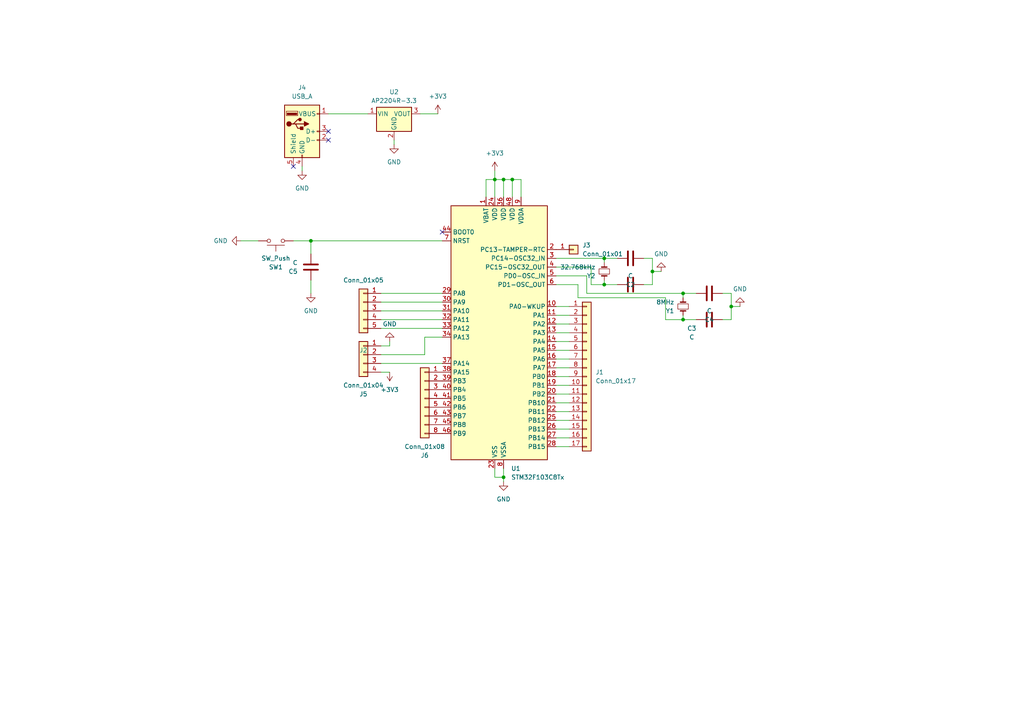
<source format=kicad_sch>
(kicad_sch (version 20230121) (generator eeschema)
  (paper "A4")
  (lib_symbols
    (symbol "Connector:USB_A" (pin_names (offset 1.016))
      (property "Reference" "J" (at -5.08 11.43 0))
      (property "Value" "USB_A" (at -5.08 8.89 0))
      (symbol "USB_A_0_1"
        (rectangle (start -5.08 -7.62) (end 5.08 7.62) (stroke (width 0.254)) (fill (type background)))
        (circle (center -3.81 2.159) (radius 0.635) (stroke (width 0.254)) (fill (type outline)))
        (rectangle (start -1.524 4.826) (end -4.318 5.334) (fill (type outline)))
        (rectangle (start -1.27 4.572) (end -4.572 5.842))
        (circle (center -0.635 3.429) (radius 0.381) (stroke (width 0.254)) (fill (type outline)))
        (rectangle (start -0.127 -7.62) (end 0.127 -6.858))
        (polyline (pts (xy -3.175 2.159) (xy -2.54 2.159) (xy -1.27 3.429) (xy -0.635 3.429)) (stroke (width 0.254)))
        (polyline (pts (xy -2.54 2.159) (xy -1.905 2.159) (xy -1.27 0.889) (xy 0 0.889)) (stroke (width 0.254)))
        (polyline (pts (xy 0.635 2.794) (xy 0.635 1.524) (xy 1.905 2.159) (xy 0.635 2.794)) (stroke (width 0.254)) (fill (type outline)))
        (rectangle (start 0.254 1.27) (end -0.508 0.508) (stroke (width 0.254)) (fill (type outline)))
        (rectangle (start 5.08 -2.667) (end 4.318 -2.413))
        (rectangle (start 5.08 -0.127) (end 4.318 0.127))
        (rectangle (start 5.08 4.953) (end 4.318 5.207))
      )
      (symbol "USB_A_1_1"
        (polyline (pts (xy -1.905 2.159) (xy 0.635 2.159)) (stroke (width 0.254)))
        (pin power_in line (at 7.62 5.08 180) (length 2.54) (name "VBUS") (number "1"))
        (pin bidirectional line (at 7.62 -2.54 180) (length 2.54) (name "D-") (number "2"))
        (pin bidirectional line (at 7.62 0 180) (length 2.54) (name "D+") (number "3"))
        (pin power_in line (at 0 -10.16 90) (length 2.54) (name "GND") (number "4"))
        (pin passive line (at -2.54 -10.16 90) (length 2.54) (name "Shield") (number "5"))
      )
    )
    (symbol "Connector_Generic:Conn_01x01" (pin_names (offset 1.016) hide)
      (property "Reference" "J" (at 0 2.54 0))
      (property "Value" "Conn_01x01" (at 0 -2.54 0))
      (symbol "Conn_01x01_1_1"
        (rectangle (start -1.27 0.127) (end 0 -0.127) (stroke (width 0.1524)))
        (rectangle (start -1.27 1.27) (end 1.27 -1.27) (stroke (width 0.254)) (fill (type background)))
        (pin passive line (at -5.08 0 0) (length 3.81) (name "Pin_1") (number "1"))
      )
    )
    (symbol "Connector_Generic:Conn_01x04" (pin_names (offset 1.016) hide)
      (property "Reference" "J" (at 0 5.08 0))
      (property "Value" "Conn_01x04" (at 0 -7.62 0))
      (symbol "Conn_01x04_1_1"
        (rectangle (start -1.27 -4.953) (end 0 -5.207) (stroke (width 0.1524)))
        (rectangle (start -1.27 -2.413) (end 0 -2.667) (stroke (width 0.1524)))
        (rectangle (start -1.27 0.127) (end 0 -0.127) (stroke (width 0.1524)))
        (rectangle (start -1.27 2.667) (end 0 2.413) (stroke (width 0.1524)))
        (rectangle (start -1.27 3.81) (end 1.27 -6.35) (stroke (width 0.254)) (fill (type background)))
        (pin passive line (at -5.08 2.54 0) (length 3.81) (name "Pin_1") (number "1"))
        (pin passive line (at -5.08 0 0) (length 3.81) (name "Pin_2") (number "2"))
        (pin passive line (at -5.08 -2.54 0) (length 3.81) (name "Pin_3") (number "3"))
        (pin passive line (at -5.08 -5.08 0) (length 3.81) (name "Pin_4") (number "4"))
      )
    )
    (symbol "Connector_Generic:Conn_01x05" (pin_names (offset 1.016) hide)
      (property "Reference" "J" (at 0 7.62 0))
      (property "Value" "Conn_01x05" (at 0 -7.62 0))
      (symbol "Conn_01x05_1_1"
        (rectangle (start -1.27 -4.953) (end 0 -5.207) (stroke (width 0.1524)))
        (rectangle (start -1.27 -2.413) (end 0 -2.667) (stroke (width 0.1524)))
        (rectangle (start -1.27 0.127) (end 0 -0.127) (stroke (width 0.1524)))
        (rectangle (start -1.27 2.667) (end 0 2.413) (stroke (width 0.1524)))
        (rectangle (start -1.27 5.207) (end 0 4.953) (stroke (width 0.1524)))
        (rectangle (start -1.27 6.35) (end 1.27 -6.35) (stroke (width 0.254)) (fill (type background)))
        (pin passive line (at -5.08 5.08 0) (length 3.81) (name "Pin_1") (number "1"))
        (pin passive line (at -5.08 2.54 0) (length 3.81) (name "Pin_2") (number "2"))
        (pin passive line (at -5.08 0 0) (length 3.81) (name "Pin_3") (number "3"))
        (pin passive line (at -5.08 -2.54 0) (length 3.81) (name "Pin_4") (number "4"))
        (pin passive line (at -5.08 -5.08 0) (length 3.81) (name "Pin_5") (number "5"))
      )
    )
    (symbol "Connector_Generic:Conn_01x08" (pin_names (offset 1.016) hide)
      (property "Reference" "J" (at 0 10.16 0))
      (property "Value" "Conn_01x08" (at 0 -12.7 0))
      (symbol "Conn_01x08_1_1"
        (rectangle (start -1.27 -10.033) (end 0 -10.287) (stroke (width 0.1524)))
        (rectangle (start -1.27 -7.493) (end 0 -7.747) (stroke (width 0.1524)))
        (rectangle (start -1.27 -4.953) (end 0 -5.207) (stroke (width 0.1524)))
        (rectangle (start -1.27 -2.413) (end 0 -2.667) (stroke (width 0.1524)))
        (rectangle (start -1.27 0.127) (end 0 -0.127) (stroke (width 0.1524)))
        (rectangle (start -1.27 2.667) (end 0 2.413) (stroke (width 0.1524)))
        (rectangle (start -1.27 5.207) (end 0 4.953) (stroke (width 0.1524)))
        (rectangle (start -1.27 7.747) (end 0 7.493) (stroke (width 0.1524)))
        (rectangle (start -1.27 8.89) (end 1.27 -11.43) (stroke (width 0.254)) (fill (type background)))
        (pin passive line (at -5.08 7.62 0) (length 3.81) (name "Pin_1") (number "1"))
        (pin passive line (at -5.08 5.08 0) (length 3.81) (name "Pin_2") (number "2"))
        (pin passive line (at -5.08 2.54 0) (length 3.81) (name "Pin_3") (number "3"))
        (pin passive line (at -5.08 0 0) (length 3.81) (name "Pin_4") (number "4"))
        (pin passive line (at -5.08 -2.54 0) (length 3.81) (name "Pin_5") (number "5"))
        (pin passive line (at -5.08 -5.08 0) (length 3.81) (name "Pin_6") (number "6"))
        (pin passive line (at -5.08 -7.62 0) (length 3.81) (name "Pin_7") (number "7"))
        (pin passive line (at -5.08 -10.16 0) (length 3.81) (name "Pin_8") (number "8"))
      )
    )
    (symbol "Connector_Generic:Conn_01x17" (pin_names (offset 1.016) hide)
      (property "Reference" "J" (at 0 22.86 0))
      (property "Value" "Conn_01x17" (at 0 -22.86 0))
      (symbol "Conn_01x17_1_1"
        (rectangle (start -1.27 -20.193) (end 0 -20.447) (stroke (width 0.1524)))
        (rectangle (start -1.27 -17.653) (end 0 -17.907) (stroke (width 0.1524)))
        (rectangle (start -1.27 -15.113) (end 0 -15.367) (stroke (width 0.1524)))
        (rectangle (start -1.27 -12.573) (end 0 -12.827) (stroke (width 0.1524)))
        (rectangle (start -1.27 -10.033) (end 0 -10.287) (stroke (width 0.1524)))
        (rectangle (start -1.27 -7.493) (end 0 -7.747) (stroke (width 0.1524)))
        (rectangle (start -1.27 -4.953) (end 0 -5.207) (stroke (width 0.1524)))
        (rectangle (start -1.27 -2.413) (end 0 -2.667) (stroke (width 0.1524)))
        (rectangle (start -1.27 0.127) (end 0 -0.127) (stroke (width 0.1524)))
        (rectangle (start -1.27 2.667) (end 0 2.413) (stroke (width 0.1524)))
        (rectangle (start -1.27 5.207) (end 0 4.953) (stroke (width 0.1524)))
        (rectangle (start -1.27 7.747) (end 0 7.493) (stroke (width 0.1524)))
        (rectangle (start -1.27 10.287) (end 0 10.033) (stroke (width 0.1524)))
        (rectangle (start -1.27 12.827) (end 0 12.573) (stroke (width 0.1524)))
        (rectangle (start -1.27 15.367) (end 0 15.113) (stroke (width 0.1524)))
        (rectangle (start -1.27 17.907) (end 0 17.653) (stroke (width 0.1524)))
        (rectangle (start -1.27 20.447) (end 0 20.193) (stroke (width 0.1524)))
        (rectangle (start -1.27 21.59) (end 1.27 -21.59) (stroke (width 0.254)) (fill (type background)))
        (pin passive line (at -5.08 20.32 0) (length 3.81) (name "Pin_1") (number "1"))
        (pin passive line (at -5.08 -2.54 0) (length 3.81) (name "Pin_10") (number "10"))
        (pin passive line (at -5.08 -5.08 0) (length 3.81) (name "Pin_11") (number "11"))
        (pin passive line (at -5.08 -7.62 0) (length 3.81) (name "Pin_12") (number "12"))
        (pin passive line (at -5.08 -10.16 0) (length 3.81) (name "Pin_13") (number "13"))
        (pin passive line (at -5.08 -12.7 0) (length 3.81) (name "Pin_14") (number "14"))
        (pin passive line (at -5.08 -15.24 0) (length 3.81) (name "Pin_15") (number "15"))
        (pin passive line (at -5.08 -17.78 0) (length 3.81) (name "Pin_16") (number "16"))
        (pin passive line (at -5.08 -20.32 0) (length 3.81) (name "Pin_17") (number "17"))
        (pin passive line (at -5.08 17.78 0) (length 3.81) (name "Pin_2") (number "2"))
        (pin passive line (at -5.08 15.24 0) (length 3.81) (name "Pin_3") (number "3"))
        (pin passive line (at -5.08 12.7 0) (length 3.81) (name "Pin_4") (number "4"))
        (pin passive line (at -5.08 10.16 0) (length 3.81) (name "Pin_5") (number "5"))
        (pin passive line (at -5.08 7.62 0) (length 3.81) (name "Pin_6") (number "6"))
        (pin passive line (at -5.08 5.08 0) (length 3.81) (name "Pin_7") (number "7"))
        (pin passive line (at -5.08 2.54 0) (length 3.81) (name "Pin_8") (number "8"))
        (pin passive line (at -5.08 0 0) (length 3.81) (name "Pin_9") (number "9"))
      )
    )
    (symbol "Device:C" (pin_numbers hide) (pin_names (offset 0.254))
      (property "Reference" "C" (at 0.635 2.54 0))
      (property "Value" "C" (at 0.635 -2.54 0))
      (symbol "C_0_1"
        (polyline (pts (xy -2.032 -0.762) (xy 2.032 -0.762)) (stroke (width 0.508)))
        (polyline (pts (xy -2.032 0.762) (xy 2.032 0.762)) (stroke (width 0.508)))
      )
      (symbol "C_1_1"
        (pin passive line (at 0 3.81 270) (length 2.794) (name "~") (number "1"))
        (pin passive line (at 0 -3.81 90) (length 2.794) (name "~") (number "2"))
      )
    )
    (symbol "Device:Crystal_Small" (pin_numbers hide) (pin_names (offset 1.016) hide)
      (property "Reference" "Y" (at 0 2.54 0))
      (property "Value" "Crystal_Small" (at 0 -2.54 0))
      (symbol "Crystal_Small_0_1"
        (rectangle (start -0.762 -1.524) (end 0.762 1.524))
        (polyline (pts (xy -1.27 -0.762) (xy -1.27 0.762)) (stroke (width 0.381)))
        (polyline (pts (xy 1.27 -0.762) (xy 1.27 0.762)) (stroke (width 0.381)))
      )
      (symbol "Crystal_Small_1_1"
        (pin passive line (at -2.54 0 0) (length 1.27) (name "1") (number "1"))
        (pin passive line (at 2.54 0 180) (length 1.27) (name "2") (number "2"))
      )
    )
    (symbol "MCU_ST_STM32F1:STM32F103C8Tx"
      (property "Reference" "U1" (at 4.7341 -38.1 0))
      (property "Value" "STM32F103C8Tx" (at 4.7341 -40.64 0))
      (symbol "STM32F103C8Tx_0_1"
        (rectangle (start -12.7 38.1) (end 15.24 -35.56) (stroke (width 0.254)) (fill (type background)))
      )
      (symbol "STM32F103C8Tx_1_1"
        (pin power_in line (at -2.54 40.64 270) (length 2.54) (name "VBAT") (number "1"))
        (pin bidirectional line (at 17.78 8.89 180) (length 2.54) (name "PA0-WKUP") (number "10"))
        (pin bidirectional line (at 17.78 6.35 180) (length 2.54) (name "PA1") (number "11"))
        (pin bidirectional line (at 17.78 3.81 180) (length 2.54) (name "PA2") (number "12"))
        (pin bidirectional line (at 17.78 1.27 180) (length 2.54) (name "PA3") (number "13"))
        (pin bidirectional line (at 17.78 -1.27 180) (length 2.54) (name "PA4") (number "14"))
        (pin bidirectional line (at 17.78 -3.81 180) (length 2.54) (name "PA5") (number "15"))
        (pin bidirectional line (at 17.78 -6.35 180) (length 2.54) (name "PA6") (number "16"))
        (pin bidirectional line (at 17.78 -8.89 180) (length 2.54) (name "PA7") (number "17"))
        (pin bidirectional line (at 17.78 -11.43 180) (length 2.54) (name "PB0") (number "18"))
        (pin bidirectional line (at 17.78 -13.97 180) (length 2.54) (name "PB1") (number "19"))
        (pin bidirectional line (at 17.78 25.4 180) (length 2.54) (name "PC13-TAMPER-RTC") (number "2"))
        (pin bidirectional line (at 17.78 -16.51 180) (length 2.54) (name "PB2") (number "20"))
        (pin bidirectional line (at 17.78 -19.05 180) (length 2.54) (name "PB10") (number "21"))
        (pin bidirectional line (at 17.78 -21.59 180) (length 2.54) (name "PB11") (number "22"))
        (pin power_in line (at 0 -38.1 90) (length 2.54) (name "VSS") (number "23"))
        (pin power_in line (at 0 40.64 270) (length 2.54) (name "VDD") (number "24"))
        (pin bidirectional line (at 17.78 -24.13 180) (length 2.54) (name "PB12") (number "25"))
        (pin bidirectional line (at 17.78 -26.67 180) (length 2.54) (name "PB13") (number "26"))
        (pin bidirectional line (at 17.78 -29.21 180) (length 2.54) (name "PB14") (number "27"))
        (pin bidirectional line (at 17.78 -31.75 180) (length 2.54) (name "PB15") (number "28"))
        (pin bidirectional line (at -15.24 12.7 0) (length 2.54) (name "PA8") (number "29"))
        (pin bidirectional line (at 17.78 22.86 180) (length 2.54) (name "PC14-OSC32_IN") (number "3"))
        (pin bidirectional line (at -15.24 10.16 0) (length 2.54) (name "PA9") (number "30"))
        (pin bidirectional line (at -15.24 7.62 0) (length 2.54) (name "PA10") (number "31"))
        (pin bidirectional line (at -15.24 5.08 0) (length 2.54) (name "PA11") (number "32"))
        (pin bidirectional line (at -15.24 2.54 0) (length 2.54) (name "PA12") (number "33"))
        (pin bidirectional line (at -15.24 0 0) (length 2.54) (name "PA13") (number "34"))
        (pin passive line (at 0 -38.1 90) (length 2.54) hide (name "VSS") (number "35"))
        (pin power_in line (at 2.54 40.64 270) (length 2.54) (name "VDD") (number "36"))
        (pin bidirectional line (at -15.24 -7.62 0) (length 2.54) (name "PA14") (number "37"))
        (pin bidirectional line (at -15.24 -10.16 0) (length 2.54) (name "PA15") (number "38"))
        (pin bidirectional line (at -15.24 -12.7 0) (length 2.54) (name "PB3") (number "39"))
        (pin bidirectional line (at 17.78 20.32 180) (length 2.54) (name "PC15-OSC32_OUT") (number "4"))
        (pin bidirectional line (at -15.24 -15.24 0) (length 2.54) (name "PB4") (number "40"))
        (pin bidirectional line (at -15.24 -17.78 0) (length 2.54) (name "PB5") (number "41"))
        (pin bidirectional line (at -15.24 -20.32 0) (length 2.54) (name "PB6") (number "42"))
        (pin bidirectional line (at -15.24 -22.86 0) (length 2.54) (name "PB7") (number "43"))
        (pin input line (at -15.24 30.48 0) (length 2.54) (name "BOOT0") (number "44"))
        (pin bidirectional line (at -15.24 -25.4 0) (length 2.54) (name "PB8") (number "45"))
        (pin bidirectional line (at -15.24 -27.94 0) (length 2.54) (name "PB9") (number "46"))
        (pin passive line (at 0 -38.1 90) (length 2.54) hide (name "VSS") (number "47"))
        (pin power_in line (at 5.08 40.64 270) (length 2.54) (name "VDD") (number "48"))
        (pin bidirectional line (at 17.78 17.78 180) (length 2.54) (name "PD0-OSC_IN") (number "5"))
        (pin bidirectional line (at 17.78 15.24 180) (length 2.54) (name "PD1-OSC_OUT") (number "6"))
        (pin input line (at -15.24 27.94 0) (length 2.54) (name "NRST") (number "7"))
        (pin power_in line (at 2.54 -38.1 90) (length 2.54) (name "VSSA") (number "8"))
        (pin power_in line (at 7.62 40.64 270) (length 2.54) (name "VDDA") (number "9"))
      )
    )
    (symbol "Regulator_Linear:AP2204R-3.3" (pin_names (offset 0.254))
      (property "Reference" "U" (at -5.08 3.175 0))
      (property "Value" "AP2204R-3.3" (at 0 3.175 0))
      (symbol "AP2204R-3.3_0_1"
        (rectangle (start -5.08 1.905) (end 5.08 -5.08) (stroke (width 0.254)) (fill (type background)))
      )
      (symbol "AP2204R-3.3_1_1"
        (pin power_in line (at -7.62 0 0) (length 2.54) (name "VIN") (number "1"))
        (pin power_in line (at 0 -7.62 90) (length 2.54) (name "GND") (number "2"))
        (pin power_out line (at 7.62 0 180) (length 2.54) (name "VOUT") (number "3"))
      )
    )
    (symbol "Switch:SW_Push" (pin_numbers hide) (pin_names (offset 1.016) hide)
      (property "Reference" "SW" (at 1.27 2.54 0))
      (property "Value" "SW_Push" (at 0 -1.524 0))
      (symbol "SW_Push_0_1"
        (circle (center -2.032 0) (radius 0.508))
        (polyline (pts (xy 0 1.27) (xy 0 3.048)))
        (polyline (pts (xy 2.54 1.27) (xy -2.54 1.27)))
        (circle (center 2.032 0) (radius 0.508))
        (pin passive line (at -5.08 0 0) (length 2.54) (name "1") (number "1"))
        (pin passive line (at 5.08 0 180) (length 2.54) (name "2") (number "2"))
      )
    )
    (symbol "power:+3V3" (power) (pin_names (offset 0))
      (property "Value" "+3V3" (at 0 3.556 0))
      (symbol "+3V3_0_1"
        (polyline (pts (xy -0.762 1.27) (xy 0 2.54)))
        (polyline (pts (xy 0 0) (xy 0 2.54)))
        (polyline (pts (xy 0 2.54) (xy 0.762 1.27)))
      )
      (symbol "+3V3_1_1"
        (pin power_in line (at 0 0 90) (length 0) hide (name "+3V3") (number "1"))
      )
    )
    (symbol "power:GND" (power) (pin_names (offset 0))
      (property "Value" "GND" (at 0 -3.81 0))
      (symbol "GND_0_1"
        (polyline (pts (xy 0 0) (xy 0 -1.27) (xy 1.27 -1.27) (xy 0 -2.54) (xy -1.27 -1.27) (xy 0 -1.27)))
      )
      (symbol "GND_1_1"
        (pin power_in line (at 0 0 270) (length 0) hide (name "GND") (number "1"))
      )
    )
  )
  (junction (at 148.59 52.07))
  (junction (at 146.05 52.07))
  (junction (at 90.17 69.85))
  (junction (at 143.51 52.07))
  (junction (at 198.12 92.71))
  (junction (at 198.12 85.09))
  (junction (at 146.05 138.43))
  (junction (at 175.26 82.55))
  (junction (at 175.26 74.93))
  (junction (at 189.23 78.74))
  (junction (at 212.09 88.9))
  (no_connect (at 128.27 67.31))
  (no_connect (at 95.25 40.64))
  (no_connect (at 85.09 48.26))
  (no_connect (at 95.25 38.1))
  (wire (pts (xy 167.64 86.36) (xy 193.04 86.36)))
  (wire (pts (xy 143.51 49.53) (xy 143.51 52.07)))
  (wire (pts (xy 123.19 97.79) (xy 128.27 97.79)))
  (wire (pts (xy 74.93 69.85) (xy 69.85 69.85)))
  (wire (pts (xy 161.29 121.92) (xy 165.1 121.92)))
  (wire (pts (xy 143.51 138.43) (xy 146.05 138.43)))
  (wire (pts (xy 110.49 107.95) (xy 113.03 107.95)))
  (wire (pts (xy 167.64 82.55) (xy 167.64 86.36)))
  (wire (pts (xy 110.49 105.41) (xy 128.27 105.41)))
  (wire (pts (xy 179.07 74.93) (xy 175.26 74.93)))
  (wire (pts (xy 151.13 57.15) (xy 151.13 52.07)))
  (wire (pts (xy 161.29 129.54) (xy 165.1 129.54)))
  (wire (pts (xy 146.05 52.07) (xy 148.59 52.07)))
  (wire (pts (xy 146.05 135.89) (xy 146.05 138.43)))
  (wire (pts (xy 189.23 78.74) (xy 189.23 74.93)))
  (wire (pts (xy 121.92 33.02) (xy 127 33.02)))
  (wire (pts (xy 143.51 135.89) (xy 143.51 138.43)))
  (wire (pts (xy 114.3 40.64) (xy 114.3 41.91)))
  (wire (pts (xy 161.29 111.76) (xy 165.1 111.76)))
  (wire (pts (xy 161.29 88.9) (xy 165.1 88.9)))
  (wire (pts (xy 161.29 93.98) (xy 165.1 93.98)))
  (wire (pts (xy 186.69 82.55) (xy 189.23 82.55)))
  (wire (pts (xy 175.26 82.55) (xy 171.45 82.55)))
  (wire (pts (xy 161.29 114.3) (xy 165.1 114.3)))
  (wire (pts (xy 161.29 80.01) (xy 170.18 80.01)))
  (wire (pts (xy 161.29 91.44) (xy 165.1 91.44)))
  (wire (pts (xy 161.29 74.93) (xy 175.26 74.93)))
  (wire (pts (xy 161.29 116.84) (xy 165.1 116.84)))
  (wire (pts (xy 146.05 138.43) (xy 146.05 139.7)))
  (wire (pts (xy 161.29 104.14) (xy 165.1 104.14)))
  (wire (pts (xy 201.93 92.71) (xy 198.12 92.71)))
  (wire (pts (xy 198.12 92.71) (xy 198.12 91.44)))
  (wire (pts (xy 113.03 99.06) (xy 113.03 100.33)))
  (wire (pts (xy 110.49 95.25) (xy 128.27 95.25)))
  (wire (pts (xy 193.04 92.71) (xy 198.12 92.71)))
  (wire (pts (xy 110.49 90.17) (xy 128.27 90.17)))
  (wire (pts (xy 189.23 74.93) (xy 186.69 74.93)))
  (wire (pts (xy 87.63 48.26) (xy 87.63 49.53)))
  (wire (pts (xy 179.07 82.55) (xy 175.26 82.55)))
  (wire (pts (xy 110.49 102.87) (xy 123.19 102.87)))
  (wire (pts (xy 90.17 69.85) (xy 85.09 69.85)))
  (wire (pts (xy 175.26 76.2) (xy 175.26 74.93)))
  (wire (pts (xy 140.97 52.07) (xy 143.51 52.07)))
  (wire (pts (xy 161.29 109.22) (xy 165.1 109.22)))
  (wire (pts (xy 161.29 82.55) (xy 167.64 82.55)))
  (wire (pts (xy 170.18 85.09) (xy 198.12 85.09)))
  (wire (pts (xy 90.17 73.66) (xy 90.17 69.85)))
  (wire (pts (xy 161.29 77.47) (xy 171.45 77.47)))
  (wire (pts (xy 143.51 52.07) (xy 146.05 52.07)))
  (wire (pts (xy 110.49 87.63) (xy 128.27 87.63)))
  (wire (pts (xy 214.63 88.9) (xy 212.09 88.9)))
  (wire (pts (xy 140.97 57.15) (xy 140.97 52.07)))
  (wire (pts (xy 161.29 106.68) (xy 165.1 106.68)))
  (wire (pts (xy 212.09 92.71) (xy 212.09 88.9)))
  (wire (pts (xy 110.49 85.09) (xy 128.27 85.09)))
  (wire (pts (xy 90.17 85.09) (xy 90.17 81.28)))
  (wire (pts (xy 148.59 57.15) (xy 148.59 52.07)))
  (wire (pts (xy 161.29 124.46) (xy 165.1 124.46)))
  (wire (pts (xy 198.12 85.09) (xy 201.93 85.09)))
  (wire (pts (xy 123.19 102.87) (xy 123.19 97.79)))
  (wire (pts (xy 212.09 88.9) (xy 212.09 85.09)))
  (wire (pts (xy 189.23 82.55) (xy 189.23 78.74)))
  (wire (pts (xy 90.17 69.85) (xy 128.27 69.85)))
  (wire (pts (xy 198.12 86.36) (xy 198.12 85.09)))
  (wire (pts (xy 95.25 33.02) (xy 106.68 33.02)))
  (wire (pts (xy 148.59 52.07) (xy 151.13 52.07)))
  (wire (pts (xy 161.29 99.06) (xy 165.1 99.06)))
  (wire (pts (xy 110.49 100.33) (xy 113.03 100.33)))
  (wire (pts (xy 175.26 82.55) (xy 175.26 81.28)))
  (wire (pts (xy 209.55 92.71) (xy 212.09 92.71)))
  (wire (pts (xy 209.55 85.09) (xy 212.09 85.09)))
  (wire (pts (xy 110.49 92.71) (xy 128.27 92.71)))
  (wire (pts (xy 146.05 57.15) (xy 146.05 52.07)))
  (wire (pts (xy 193.04 86.36) (xy 193.04 92.71)))
  (wire (pts (xy 161.29 127) (xy 165.1 127)))
  (wire (pts (xy 161.29 119.38) (xy 165.1 119.38)))
  (wire (pts (xy 191.77 78.74) (xy 189.23 78.74)))
  (wire (pts (xy 170.18 80.01) (xy 170.18 85.09)))
  (wire (pts (xy 143.51 52.07) (xy 143.51 57.15)))
  (wire (pts (xy 171.45 77.47) (xy 171.45 82.55)))
  (wire (pts (xy 161.29 96.52) (xy 165.1 96.52)))
  (wire (pts (xy 161.29 101.6) (xy 165.1 101.6)))
  (symbol (lib_id "Device:C") (at 182.88 82.55 270) (unit 1)
    (property "Reference" "C1" (effects hide))
    (property "Value" "C" (effects hide))
    (property "Footprint" "Capacitor_THT:CP_Radial_D4.0mm_P2.00mm" (effects hide))
  )
  (symbol (lib_id "Device:Crystal_Small") (at 175.26 78.74 270) (unit 1)
    (property "Reference" "Y2" (at 172.72 80.01 90) (effects (justify right)))
    (property "Value" "32.768kHz" (at 172.72 77.47 90) (effects (justify right)))
    (property "Footprint" "Oscillator:Oscillator_SMD_TXC_7C-4Pin_5.0x3.2mm_HandSoldering" (effects hide))
  )
  (symbol (lib_id "Connector_Generic:Conn_01x08") (at 123.19 115.57 0) (mirror y) (unit 1)
    (property "Reference" "J6" (at 123.19 132.08 0))
    (property "Value" "Conn_01x08" (at 123.19 129.54 0))
    (property "Footprint" "Connector_PinHeader_2.54mm:PinHeader_1x08_P2.54mm_Vertical" (effects hide))
  )
  (symbol (lib_id "power:GND") (at 214.63 88.9 180) (unit 1)
    (property "Reference" "#PWR02" (effects hide))
    (property "Value" "GND" (at 214.63 83.82 0))
  )
  (symbol (lib_id "Connector:USB_A") (at 87.63 38.1 0) (unit 1)
    (property "Reference" "J4" (at 87.63 25.4 0))
    (property "Value" "USB_A" (at 87.63 27.94 0))
    (property "Footprint" "Connector_USB:USB_A_Molex_48037-2200_Horizontal" (effects hide))
    (property "Datasheet" " ~" (effects hide))
  )
  (symbol (lib_id "power:GND") (at 69.85 69.85 270) (unit 1)
    (property "Reference" "#PWR03" (effects hide))
    (property "Value" "GND" (at 66.04 69.85 90) (effects (justify right)))
  )
  (symbol (lib_id "Connector_Generic:Conn_01x05") (at 105.41 90.17 0) (mirror y) (unit 1)
    (property "Reference" "J2" (at 105.41 101.6 0))
    (property "Value" "Conn_01x05" (at 105.41 81.28 0))
    (property "Footprint" "Connector_PinHeader_2.54mm:PinHeader_1x05_P2.54mm_Vertical" (effects hide))
  )
  (symbol (lib_id "Device:Crystal_Small") (at 198.12 88.9 270) (unit 1)
    (property "Reference" "Y1" (at 195.58 90.17 90) (effects (justify right)))
    (property "Value" "8MHz" (at 195.58 87.63 90) (effects (justify right)))
    (property "Footprint" "Crystal:Crystal_HC52-8mm_Vertical" (effects hide))
  )
  (symbol (lib_id "Device:C") (at 205.74 85.09 270) (unit 1)
    (property "Reference" "C4" (at 205.74 92.71 90))
    (property "Value" "C" (at 205.74 90.17 90))
    (property "Footprint" "Capacitor_THT:CP_Radial_D4.0mm_P2.00mm" (effects hide))
  )
  (symbol (lib_id "Connector_Generic:Conn_01x01") (at 166.37 72.39 0) (unit 1)
    (property "Reference" "J3" (at 168.91 71.12 0) (effects (justify left)))
    (property "Value" "Conn_01x01" (at 168.91 73.66 0) (effects (justify left)))
    (property "Footprint" "Connector_PinHeader_2.54mm:PinHeader_1x01_P2.54mm_Vertical" (effects hide))
  )
  (symbol (lib_id "power:GND") (at 191.77 78.74 180) (unit 1)
    (property "Reference" "#PWR01" (effects hide))
    (property "Value" "GND" (at 191.77 73.66 0))
  )
  (symbol (lib_id "Switch:SW_Push") (at 80.01 69.85 180) (unit 1)
    (property "Reference" "SW1" (at 80.01 77.47 0))
    (property "Value" "SW_Push" (at 80.01 74.93 0))
    (property "Footprint" "Button_Switch_THT:SW_PUSH-12mm" (effects hide))
  )
  (symbol (lib_id "Device:C") (at 182.88 74.93 270) (unit 1)
    (property "Reference" "C2" (at 182.88 82.55 90))
    (property "Value" "C" (at 182.88 80.01 90))
    (property "Footprint" "Capacitor_THT:CP_Radial_D4.0mm_P2.00mm" (effects hide))
  )
  (symbol (lib_id "power:GND") (at 113.03 99.06 0) (mirror x) (unit 1)
    (property "Reference" "#PWR010" (effects hide))
    (property "Value" "GND" (at 113.03 93.98 0))
  )
  (symbol (lib_id "Device:C") (at 90.17 77.47 0) (unit 1)
    (property "Reference" "C5" (at 86.36 78.74 0) (effects (justify right)))
    (property "Value" "C" (at 86.36 76.2 0) (effects (justify right)))
    (property "Footprint" "Capacitor_THT:CP_Radial_D4.0mm_P2.00mm" (effects hide))
  )
  (symbol (lib_id "power:GND") (at 90.17 85.09 0) (unit 1)
    (property "Reference" "#PWR04" (effects hide))
    (property "Value" "GND" (at 90.17 90.17 0))
  )
  (symbol (lib_id "power:+3V3") (at 113.03 107.95 0) (mirror x) (unit 1)
    (property "Reference" "#PWR011" (effects hide))
    (property "Value" "+3V3" (at 113.03 113.03 0))
  )
  (symbol (lib_id "Device:C") (at 205.74 92.71 270) (unit 1)
    (property "Reference" "C3" (at 200.66 95.25 90))
    (property "Value" "C" (at 200.66 97.79 90))
    (property "Footprint" "Capacitor_THT:CP_Radial_D4.0mm_P2.00mm" (effects hide))
  )
  (symbol (lib_id "Regulator_Linear:AP2204R-3.3") (at 114.3 33.02 0) (unit 1)
    (property "Reference" "U2" (at 114.3 26.67 0))
    (property "Value" "AP2204R-3.3" (at 114.3 29.21 0))
    (property "Footprint" "Package_TO_SOT_SMD:SOT-89-3" (effects hide))
    (property "Datasheet" "https://www.diodes.com/assets/Datasheets/AP2204.pdf" (effects hide))
  )
  (symbol (lib_id "Connector_Generic:Conn_01x17") (at 170.18 109.22 0) (unit 1)
    (property "Reference" "J1" (at 172.72 107.95 0) (effects (justify left)))
    (property "Value" "Conn_01x17" (at 172.72 110.49 0) (effects (justify left)))
    (property "Footprint" "Connector_PinHeader_2.54mm:PinHeader_1x17_P2.54mm_Vertical" (effects hide))
  )
  (symbol (lib_id "power:+3V3") (at 143.51 49.53 0) (unit 1)
    (property "Reference" "#PWR05" (effects hide))
    (property "Value" "+3V3" (at 143.51 44.45 0))
  )
  (symbol (lib_id "power:GND") (at 146.05 139.7 0) (unit 1)
    (property "Reference" "#PWR06" (effects hide))
    (property "Value" "GND" (at 146.05 144.78 0))
  )
  (symbol (lib_id "power:+3V3") (at 127 33.02 0) (unit 1)
    (property "Reference" "#PWR07" (effects hide))
    (property "Value" "+3V3" (at 127 27.94 0))
  )
  (symbol (lib_id "MCU_ST_STM32F1:STM32F103C8Tx") (at 143.51 97.79 0) (unit 1)
    (property "Reference" "U1" (at 148.2441 135.89 0) (effects (justify left)))
    (property "Value" "STM32F103C8Tx" (at 148.2441 138.43 0) (effects (justify left)))
    (property "Footprint" "Package_QFP:LQFP-48_7x7mm_P0.5mm" (effects hide))
    (property "Datasheet" "https://www.st.com/resource/en/datasheet/stm32f103c8.pdf" (effects hide))
  )
  (symbol (lib_id "power:GND") (at 87.63 49.53 0) (unit 1)
    (property "Reference" "#PWR08" (effects hide))
    (property "Value" "GND" (at 87.63 54.61 0))
  )
  (symbol (lib_id "Connector_Generic:Conn_01x04") (at 105.41 102.87 0) (mirror y) (unit 1)
    (property "Reference" "J5" (at 105.41 114.3 0))
    (property "Value" "Conn_01x04" (at 105.41 111.76 0))
    (property "Footprint" "Connector_PinHeader_2.54mm:PinHeader_1x04_P2.54mm_Vertical" (effects hide))
  )
  (symbol (lib_id "power:GND") (at 114.3 41.91 0) (unit 1)
    (property "Reference" "#PWR09" (effects hide))
    (property "Value" "GND" (at 114.3 46.99 0))
  )
)
</source>
